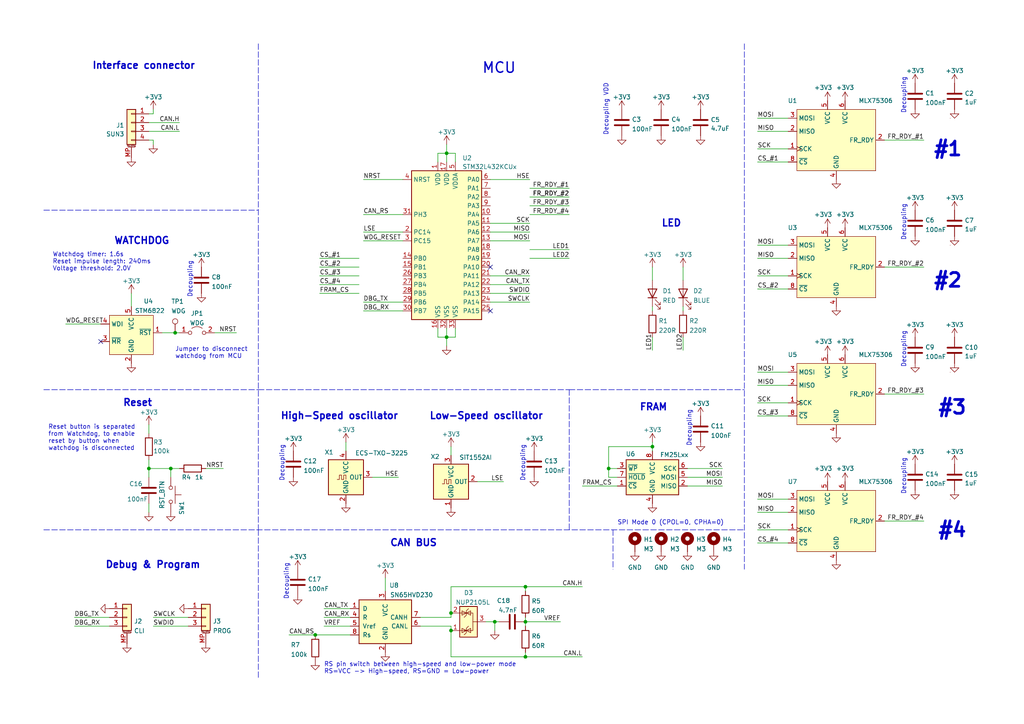
<source format=kicad_sch>
(kicad_sch (version 20211123) (generator eeschema)
  (paper "A4")
  (title_block (title "BUTCube - Sun sensor") (date "2022-06-16") (rev "v1.0") (company "VUT - FIT(STRaDe) & FME(IAE & IPE)") (comment 1 "Author: Petr Malaník"))
  (lib_symbols
    (symbol "Connector:TestPoint" (pin_numbers hide) (pin_names (offset 0.762) hide)
      (property "Reference" "TP" (at 0 6.858 0))
      (property "Value" "TestPoint" (at 0 5.08 0))
      (symbol "TestPoint_1_1"
        (pin passive line (at 0 0 90) (length 2.54) (name "1") (number "1"))
      )
    )
    (symbol "Connector_Generic_MountingPin:Conn_01x03_MountingPin" (pin_names (offset 1.016) hide)
      (property "Reference" "J" (at 0 5.08 0))
      (property "Value" "Conn_01x03_MountingPin" (at 1.27 -5.08 0))
      (symbol "Conn_01x03_MountingPin_1_1"
        (text "Mounting" (at 0 -4.191 0) (effects (font (size 0.381 0.381))))
        (pin passive line (at -5.08 2.54 0) (length 3.81) (name "Pin_1") (number "1"))
        (pin passive line (at -5.08 0 0) (length 3.81) (name "Pin_2") (number "2"))
        (pin passive line (at -5.08 -2.54 0) (length 3.81) (name "Pin_3") (number "3"))
        (pin passive line (at 0 -7.62 90) (length 3.048) (name "MountPin") (number "MP"))
      )
    )
    (symbol "Connector_Generic_MountingPin:Conn_01x04_MountingPin" (pin_names (offset 1.016) hide)
      (property "Reference" "J" (at 0 5.08 0))
      (property "Value" "Conn_01x04_MountingPin" (at 1.27 -7.62 0))
      (symbol "Conn_01x04_MountingPin_1_1"
        (text "Mounting" (at 0 -6.731 0) (effects (font (size 0.381 0.381))))
        (pin passive line (at -5.08 2.54 0) (length 3.81) (name "Pin_1") (number "1"))
        (pin passive line (at -5.08 0 0) (length 3.81) (name "Pin_2") (number "2"))
        (pin passive line (at -5.08 -2.54 0) (length 3.81) (name "Pin_3") (number "3"))
        (pin passive line (at -5.08 -5.08 0) (length 3.81) (name "Pin_4") (number "4"))
        (pin passive line (at 0 -10.16 90) (length 3.048) (name "MountPin") (number "MP"))
      )
    )
    (symbol "Device:C" (pin_numbers hide) (pin_names (offset 0.254))
      (property "Reference" "C" (at 0.635 2.54 0))
      (property "Value" "C" (at 0.635 -2.54 0))
      (symbol "C_1_1"
        (pin passive line (at 0 3.81 270) (length 2.794) (name "~") (number "1"))
        (pin passive line (at 0 -3.81 90) (length 2.794) (name "~") (number "2"))
      )
    )
    (symbol "Device:LED" (pin_numbers hide) (pin_names (offset 1.016) hide)
      (property "Reference" "D" (at 0 2.54 0))
      (property "Value" "LED" (at 0 -2.54 0))
      (symbol "LED_1_1"
        (pin passive line (at -3.81 0 0) (length 2.54) (name "K") (number "1"))
        (pin passive line (at 3.81 0 180) (length 2.54) (name "A") (number "2"))
      )
    )
    (symbol "Device:R" (pin_numbers hide) (pin_names (offset 0))
      (property "Reference" "R" (at 2.032 0 90))
      (property "Value" "R" (at 0 0 90))
      (symbol "R_1_1"
        (pin passive line (at 0 3.81 270) (length 1.27) (name "~") (number "1"))
        (pin passive line (at 0 -3.81 90) (length 1.27) (name "~") (number "2"))
      )
    )
    (symbol "Interface_CAN_LIN:SN65HVD230" (pin_names (offset 1.016))
      (property "Reference" "U" (at -2.54 10.16 0))
      (property "Value" "SN65HVD230" (at -2.54 7.62 0))
      (symbol "SN65HVD230_1_1"
        (pin input line (at -10.16 2.54 0) (length 2.54) (name "D") (number "1"))
        (pin power_in line (at 0 -10.16 90) (length 2.54) (name "GND") (number "2"))
        (pin power_in line (at 0 7.62 270) (length 2.54) (name "VCC") (number "3"))
        (pin output line (at -10.16 0 0) (length 2.54) (name "R") (number "4"))
        (pin output line (at -10.16 -2.54 0) (length 2.54) (name "Vref") (number "5"))
        (pin bidirectional line (at 10.16 -2.54 180) (length 2.54) (name "CANL") (number "6"))
        (pin bidirectional line (at 10.16 0 180) (length 2.54) (name "CANH") (number "7"))
        (pin input line (at -10.16 -5.08 0) (length 2.54) (name "Rs") (number "8"))
      )
    )
    (symbol "Jumper:Jumper_2_Open" (pin_names (offset 0) hide)
      (property "Reference" "JP" (at 0 2.794 0))
      (property "Value" "Jumper_2_Open" (at 0 -2.286 0))
      (symbol "Jumper_2_Open_1_1"
        (pin passive line (at -5.08 0 0) (length 2.54) (name "A") (number "1"))
        (pin passive line (at 5.08 0 180) (length 2.54) (name "B") (number "2"))
      )
    )
    (symbol "LED_1" (pin_numbers hide) (pin_names (offset 1.016) hide)
      (property "Reference" "D" (at 0 2.54 0))
      (property "Value" "LED_1" (at 0 -2.54 0))
      (symbol "LED_1_1_1"
        (pin passive line (at -3.81 0 0) (length 2.54) (name "K") (number "1"))
        (pin passive line (at 3.81 0 180) (length 2.54) (name "A") (number "2"))
      )
    )
    (symbol "MCU_ST_STM32L4:STM32L432KCUx"
      (property "Reference" "U" (at -10.16 21.59 0))
      (property "Value" "STM32L432KCUx" (at 5.08 21.59 0))
      (symbol "STM32L432KCUx_1_1"
        (pin power_in line (at -2.54 22.86 270) (length 2.54) (name "VDD") (number "1"))
        (pin bidirectional line (at 12.7 7.62 180) (length 2.54) (name "PA4") (number "10"))
        (pin bidirectional line (at 12.7 5.08 180) (length 2.54) (name "PA5") (number "11"))
        (pin bidirectional line (at 12.7 2.54 180) (length 2.54) (name "PA6") (number "12"))
        (pin bidirectional line (at 12.7 0 180) (length 2.54) (name "PA7") (number "13"))
        (pin bidirectional line (at -12.7 -5.08 0) (length 2.54) (name "PB0") (number "14"))
        (pin bidirectional line (at -12.7 -7.62 0) (length 2.54) (name "PB1") (number "15"))
        (pin power_in line (at -2.54 -25.4 90) (length 2.54) (name "VSS") (number "16"))
        (pin power_in line (at 0 22.86 270) (length 2.54) (name "VDD") (number "17"))
        (pin bidirectional line (at 12.7 -2.54 180) (length 2.54) (name "PA8") (number "18"))
        (pin bidirectional line (at 12.7 -5.08 180) (length 2.54) (name "PA9") (number "19"))
        (pin bidirectional line (at -12.7 2.54 0) (length 2.54) (name "PC14") (number "2"))
        (pin bidirectional line (at 12.7 -7.62 180) (length 2.54) (name "PA10") (number "20"))
        (pin bidirectional line (at 12.7 -10.16 180) (length 2.54) (name "PA11") (number "21"))
        (pin bidirectional line (at 12.7 -12.7 180) (length 2.54) (name "PA12") (number "22"))
        (pin bidirectional line (at 12.7 -15.24 180) (length 2.54) (name "PA13") (number "23"))
        (pin bidirectional line (at 12.7 -17.78 180) (length 2.54) (name "PA14") (number "24"))
        (pin bidirectional line (at 12.7 -20.32 180) (length 2.54) (name "PA15") (number "25"))
        (pin bidirectional line (at -12.7 -10.16 0) (length 2.54) (name "PB3") (number "26"))
        (pin bidirectional line (at -12.7 -12.7 0) (length 2.54) (name "PB4") (number "27"))
        (pin bidirectional line (at -12.7 -15.24 0) (length 2.54) (name "PB5") (number "28"))
        (pin bidirectional line (at -12.7 -17.78 0) (length 2.54) (name "PB6") (number "29"))
        (pin bidirectional line (at -12.7 0 0) (length 2.54) (name "PC15") (number "3"))
        (pin bidirectional line (at -12.7 -20.32 0) (length 2.54) (name "PB7") (number "30"))
        (pin bidirectional line (at -12.7 7.62 0) (length 2.54) (name "PH3") (number "31"))
        (pin power_in line (at 0 -25.4 90) (length 2.54) (name "VSS") (number "32"))
        (pin power_in line (at 2.54 -25.4 90) (length 2.54) (name "VSS") (number "33"))
        (pin input line (at -12.7 17.78 0) (length 2.54) (name "NRST") (number "4"))
        (pin power_in line (at 2.54 22.86 270) (length 2.54) (name "VDDA") (number "5"))
        (pin bidirectional line (at 12.7 17.78 180) (length 2.54) (name "PA0") (number "6"))
        (pin bidirectional line (at 12.7 15.24 180) (length 2.54) (name "PA1") (number "7"))
        (pin bidirectional line (at 12.7 12.7 180) (length 2.54) (name "PA2") (number "8"))
        (pin bidirectional line (at 12.7 10.16 180) (length 2.54) (name "PA3") (number "9"))
      )
    )
    (symbol "Mechanical:MountingHole_Pad" (pin_numbers hide) (pin_names (offset 1.016) hide)
      (property "Reference" "H" (at 0 6.35 0))
      (property "Value" "MountingHole_Pad" (at 0 4.445 0))
      (symbol "MountingHole_Pad_1_1"
        (pin input line (at 0 -2.54 90) (length 2.54) (name "1") (number "1"))
      )
    )
    (symbol "Power_Protection:NUP2105L" (pin_names hide)
      (property "Reference" "D" (at 5.715 2.54 0))
      (property "Value" "NUP2105L" (at 5.715 0.635 0))
      (symbol "NUP2105L_0_0"
        (pin passive line (at 0 -5.08 90) (length 2.54) (name "A") (number "3"))
      )
      (symbol "NUP2105L_1_1"
        (pin passive line (at -2.54 5.08 270) (length 2.54) (name "K") (number "1"))
        (pin passive line (at 2.54 5.08 270) (length 2.54) (name "K") (number "2"))
      )
    )
    (symbol "Switch:SW_Push" (pin_numbers hide) (pin_names (offset 1.016) hide)
      (property "Reference" "SW" (at 1.27 2.54 0))
      (property "Value" "SW_Push" (at 0 -1.524 0))
      (symbol "SW_Push_0_1"
        (pin passive line (at -5.08 0 0) (length 2.54) (name "1") (number "1"))
        (pin passive line (at 5.08 0 180) (length 2.54) (name "2") (number "2"))
      )
    )
    (symbol "TCY_IC:STM6822"
      (property "Reference" "U" (at 6.35 13.97 0))
      (property "Value" "STM6822" (at 6.35 16.51 0))
      (symbol "STM6822_1_1"
        (pin open_collector line (at 8.89 6.35 180) (length 2.54) (name "~{RST}") (number "1"))
        (pin passive line (at 0 -2.54 90) (length 2.54) (name "GND") (number "2"))
        (pin input line (at -8.89 3.81 0) (length 2.54) (name "~{MR}") (number "3"))
        (pin input line (at -8.89 8.89 0) (length 2.54) (name "WDI") (number "4"))
        (pin power_in line (at 0 13.97 270) (length 2.54) (name "VCC") (number "5"))
      )
    )
    (symbol "TCY_memory:FM25Lxx"
      (property "Reference" "U" (at -7.62 6.35 0))
      (property "Value" "FM25Lxx" (at 2.54 -6.35 0))
      (symbol "FM25Lxx_1_1"
        (pin input line (at -10.16 -2.54 0) (length 2.54) (name "~{CS}") (number "1"))
        (pin tri_state line (at 10.16 -2.54 180) (length 2.54) (name "MISO") (number "2"))
        (pin input line (at -10.16 2.54 0) (length 2.54) (name "~{WP}") (number "3"))
        (pin power_in line (at 0 -7.62 90) (length 2.54) (name "GND") (number "4"))
        (pin input line (at 10.16 0 180) (length 2.54) (name "MOSI") (number "5"))
        (pin input line (at 10.16 2.54 180) (length 2.54) (name "SCK") (number "6"))
        (pin input line (at -10.16 0 0) (length 2.54) (name "~{HOLD}") (number "7"))
        (pin power_in line (at 0 7.62 270) (length 2.54) (name "VCC") (number "8"))
        (pin passive line (at 0 -7.62 90) (length 2.54) hide (name "GND") (number "9"))
      )
    )
    (symbol "TCY_ocillators:ECS-TXO-3225" (pin_names (offset 0.254))
      (property "Reference" "X" (at -6.35 6.35 0))
      (property "Value" "ECS-TXO-3225" (at 1.27 6.35 0))
      (symbol "ECS-TXO-3225_1_1"
        (pin no_connect line (at -7.62 0 0) (length 2.54) hide (name "NC") (number "1"))
        (pin power_in line (at 0 -7.62 90) (length 2.54) (name "GND") (number "2"))
        (pin output line (at 7.62 0 180) (length 2.54) (name "OUT") (number "3"))
        (pin power_in line (at 0 7.62 270) (length 2.54) (name "VCC") (number "4"))
      )
    )
    (symbol "TCY_ocillators:SiT1552AI" (pin_names (offset 0.254))
      (property "Reference" "X" (at -6.35 6.35 0))
      (property "Value" "SiT1552AI" (at 1.27 6.35 0))
      (symbol "SiT1552AI_1_1"
        (pin power_in line (at 0 -7.62 90) (length 2.54) (name "GND") (number "1"))
        (pin output line (at 7.62 0 180) (length 2.54) (name "OUT") (number "2"))
        (pin power_in line (at 0 7.62 270) (length 2.54) (name "VCC") (number "3"))
        (pin power_in line (at 0 -7.62 90) (length 2.54) hide (name "GND") (number "4"))
      )
    )
    (symbol "TCY_sensors:MLX75306"
      (property "Reference" "U" (at -8.89 10.16 0))
      (property "Value" "MLX75306" (at 8.89 10.16 0))
      (symbol "MLX75306_1_1"
        (pin input clock (at -13.97 -2.54 0) (length 2.54) (name "SCK") (number "1"))
        (pin no_connect non_logic (at 13.97 -5.08 180) (length 2.54) hide (name "NC") (number "10"))
        (pin no_connect non_logic (at 13.97 -5.08 180) (length 2.54) hide (name "NC") (number "11"))
        (pin no_connect non_logic (at 13.97 -5.08 180) (length 2.54) hide (name "NC") (number "12"))
        (pin no_connect non_logic (at 13.97 -5.08 180) (length 2.54) hide (name "NC") (number "13"))
        (pin no_connect non_logic (at 13.97 -5.08 180) (length 2.54) hide (name "NC") (number "14"))
        (pin no_connect non_logic (at 13.97 -5.08 180) (length 2.54) hide (name "NC") (number "15"))
        (pin no_connect non_logic (at 13.97 -5.08 180) (length 2.54) hide (name "NC") (number "16"))
        (pin output line (at 13.97 0 180) (length 2.54) (name "FR_RDY") (number "2"))
        (pin output line (at -13.97 2.54 0) (length 2.54) (name "MISO") (number "2"))
        (pin input line (at -13.97 6.35 0) (length 2.54) (name "MOSI") (number "3"))
        (pin passive line (at 0 -11.43 90) (length 2.54) (name "GND") (number "4"))
        (pin power_in line (at -2.54 11.43 270) (length 2.54) (name "VCC") (number "5"))
        (pin power_in line (at 2.54 11.43 270) (length 2.54) (name "VCC") (number "6"))
        (pin input line (at -13.97 -6.35 0) (length 2.54) (name "~{CS}") (number "8"))
        (pin no_connect non_logic (at 13.97 -5.08 180) (length 2.54) hide (name "NC") (number "9"))
      )
    )
    (symbol "power:+3.3V" (power) (pin_names (offset 0))
      (property "Value" "+3.3V" (at 0 3.556 0))
      (symbol "+3.3V_1_1"
        (pin power_in line (at 0 0 90) (length 0) hide (name "+3V3") (number "1"))
      )
    )
    (symbol "power:+3V3" (power) (pin_names (offset 0))
      (property "Value" "+3V3" (at 0 3.556 0))
      (symbol "+3V3_1_1"
        (pin power_in line (at 0 0 90) (length 0) hide (name "+3V3") (number "1"))
      )
    )
    (symbol "power:GND" (power) (pin_names (offset 0))
      (property "Value" "GND" (at 0 -3.81 0))
      (symbol "GND_1_1"
        (pin power_in line (at 0 0 270) (length 0) hide (name "GND") (number "1"))
      )
    )
  )
  (junction (at 49.53 135.89) (diameter 0.9144))
  (junction (at 143.51 180.34) (diameter 0.9144))
  (junction (at 152.4 180.34) (diameter 0.9144))
  (junction (at 152.4 170.18) (diameter 0.9144))
  (junction (at 50.8 96.52) (diameter 0.9144))
  (junction (at 91.44 184.15) (diameter 0.9144))
  (junction (at 129.54 97.79))
  (junction (at 43.18 135.89) (diameter 0.9144))
  (junction (at 129.54 44.45))
  (junction (at 176.53 135.89) (diameter 0.9144))
  (junction (at 152.4 190.5) (diameter 0.9144))
  (junction (at 130.81 177.8) (diameter 0.9144))
  (junction (at 130.81 182.88) (diameter 0.9144))
  (junction (at 189.23 129.54))
  (no_connect (at 29.21 99.06))
  (no_connect (at 142.24 90.17))
  (no_connect (at 142.24 77.47))
  (wire (pts (xy 50.8 96.52) (xy 52.07 96.52)))
  (polyline (pts (xy 177.8 153.67) (xy 177.8 165.1)))
  (wire (pts (xy 129.54 44.45) (xy 129.54 46.99)))
  (wire (pts (xy 142.24 64.77) (xy 153.67 64.77)))
  (wire (pts (xy 256.54 77.47) (xy 267.97 77.47)))
  (polyline (pts (xy 12.7 153.67) (xy 215.9 153.67)))
  (wire (pts (xy 256.54 114.3) (xy 267.97 114.3)))
  (wire (pts (xy 219.71 71.12) (xy 228.6 71.12)))
  (wire (pts (xy 219.71 157.48) (xy 228.6 157.48)))
  (wire (pts (xy 168.91 140.97) (xy 179.07 140.97)))
  (wire (pts (xy 129.54 97.79) (xy 129.54 100.33)))
  (wire (pts (xy 152.4 170.18) (xy 130.81 170.18)))
  (wire (pts (xy 59.69 135.89) (xy 64.77 135.89)))
  (wire (pts (xy 111.76 167.64) (xy 111.76 171.45)))
  (wire (pts (xy 52.07 35.56) (xy 43.18 35.56)))
  (wire (pts (xy 153.67 62.23) (xy 165.1 62.23)))
  (wire (pts (xy 152.4 189.23) (xy 152.4 190.5)))
  (wire (pts (xy 130.81 170.18) (xy 130.81 177.8)))
  (wire (pts (xy 46.99 96.52) (xy 50.8 96.52)))
  (wire (pts (xy 209.55 135.89) (xy 199.39 135.89)))
  (wire (pts (xy 132.08 97.79) (xy 132.08 95.25)))
  (wire (pts (xy 100.33 128.27) (xy 100.33 130.81)))
  (wire (pts (xy 132.08 46.99) (xy 132.08 44.45)))
  (wire (pts (xy 54.61 181.61) (xy 44.45 181.61)))
  (wire (pts (xy 219.71 116.84) (xy 228.6 116.84)))
  (wire (pts (xy 189.23 88.9) (xy 189.23 90.17)))
  (wire (pts (xy 105.41 67.31) (xy 116.84 67.31)))
  (wire (pts (xy 44.45 41.91) (xy 44.45 40.64)))
  (polyline (pts (xy 74.93 153.67) (xy 74.93 196.85)))
  (wire (pts (xy 127 97.79) (xy 129.54 97.79)))
  (wire (pts (xy 142.24 69.85) (xy 153.67 69.85)))
  (wire (pts (xy 52.07 38.1) (xy 43.18 38.1)))
  (wire (pts (xy 198.12 88.9) (xy 198.12 90.17)))
  (wire (pts (xy 130.81 181.61) (xy 130.81 182.88)))
  (polyline (pts (xy 12.7 113.03) (xy 74.93 113.03)))
  (wire (pts (xy 107.95 138.43) (xy 115.57 138.43)))
  (wire (pts (xy 142.24 80.01) (xy 153.67 80.01)))
  (wire (pts (xy 153.67 57.15) (xy 165.1 57.15)))
  (wire (pts (xy 153.67 59.69) (xy 165.1 59.69)))
  (wire (pts (xy 130.81 179.07) (xy 130.81 177.8)))
  (wire (pts (xy 198.12 77.47) (xy 198.12 81.28)))
  (wire (pts (xy 209.55 138.43) (xy 199.39 138.43)))
  (wire (pts (xy 92.71 80.01) (xy 104.14 80.01)))
  (wire (pts (xy 105.41 87.63) (xy 116.84 87.63)))
  (wire (pts (xy 92.71 85.09) (xy 104.14 85.09)))
  (wire (pts (xy 44.45 40.64) (xy 43.18 40.64)))
  (wire (pts (xy 152.4 190.5) (xy 168.91 190.5)))
  (wire (pts (xy 219.71 148.59) (xy 228.6 148.59)))
  (wire (pts (xy 219.71 38.1) (xy 228.6 38.1)))
  (wire (pts (xy 31.75 179.07) (xy 21.59 179.07)))
  (wire (pts (xy 138.43 139.7) (xy 146.05 139.7)))
  (wire (pts (xy 219.71 74.93) (xy 228.6 74.93)))
  (polyline (pts (xy 165.1 113.03) (xy 215.9 113.03)))
  (polyline (pts (xy 74.93 12.7) (xy 74.93 153.67)))
  (wire (pts (xy 153.67 72.39) (xy 165.1 72.39)))
  (wire (pts (xy 153.67 74.93) (xy 165.1 74.93)))
  (wire (pts (xy 219.71 144.78) (xy 228.6 144.78)))
  (wire (pts (xy 152.4 179.07) (xy 152.4 180.34)))
  (wire (pts (xy 127 95.25) (xy 127 97.79)))
  (wire (pts (xy 189.23 128.27) (xy 189.23 129.54)))
  (wire (pts (xy 153.67 54.61) (xy 165.1 54.61)))
  (wire (pts (xy 143.51 180.34) (xy 143.51 182.88)))
  (wire (pts (xy 121.92 181.61) (xy 130.81 181.61)))
  (wire (pts (xy 93.98 176.53) (xy 101.6 176.53)))
  (wire (pts (xy 142.24 52.07) (xy 153.67 52.07)))
  (wire (pts (xy 127 44.45) (xy 127 46.99)))
  (wire (pts (xy 83.82 184.15) (xy 91.44 184.15)))
  (wire (pts (xy 189.23 77.47) (xy 189.23 81.28)))
  (wire (pts (xy 49.53 135.89) (xy 52.07 135.89)))
  (wire (pts (xy 105.41 69.85) (xy 116.84 69.85)))
  (wire (pts (xy 142.24 67.31) (xy 153.67 67.31)))
  (wire (pts (xy 130.81 182.88) (xy 130.81 190.5)))
  (wire (pts (xy 49.53 135.89) (xy 49.53 138.43)))
  (wire (pts (xy 142.24 82.55) (xy 153.67 82.55)))
  (wire (pts (xy 176.53 138.43) (xy 176.53 135.89)))
  (wire (pts (xy 93.98 179.07) (xy 101.6 179.07)))
  (wire (pts (xy 152.4 170.18) (xy 152.4 171.45)))
  (wire (pts (xy 121.92 179.07) (xy 130.81 179.07)))
  (wire (pts (xy 31.75 181.61) (xy 21.59 181.61)))
  (wire (pts (xy 129.54 41.91) (xy 129.54 44.45)))
  (wire (pts (xy 152.4 190.5) (xy 130.81 190.5)))
  (wire (pts (xy 219.71 153.67) (xy 228.6 153.67)))
  (wire (pts (xy 43.18 146.05) (xy 43.18 148.59)))
  (wire (pts (xy 43.18 33.02) (xy 44.45 33.02)))
  (wire (pts (xy 209.55 140.97) (xy 199.39 140.97)))
  (wire (pts (xy 105.41 62.23) (xy 116.84 62.23)))
  (polyline (pts (xy 74.93 113.03) (xy 165.1 113.03)))
  (wire (pts (xy 219.71 34.29) (xy 228.6 34.29)))
  (wire (pts (xy 92.71 82.55) (xy 104.14 82.55)))
  (wire (pts (xy 219.71 83.82) (xy 228.6 83.82)))
  (wire (pts (xy 129.54 44.45) (xy 127 44.45)))
  (polyline (pts (xy 12.7 60.96) (xy 74.93 60.96)))
  (wire (pts (xy 142.24 85.09) (xy 153.67 85.09)))
  (wire (pts (xy 219.71 120.65) (xy 228.6 120.65)))
  (wire (pts (xy 105.41 90.17) (xy 116.84 90.17)))
  (wire (pts (xy 43.18 123.19) (xy 43.18 125.73)))
  (wire (pts (xy 152.4 181.61) (xy 152.4 180.34)))
  (wire (pts (xy 256.54 151.13) (xy 267.97 151.13)))
  (polyline (pts (xy 215.9 12.7) (xy 215.9 165.1)))
  (wire (pts (xy 142.24 87.63) (xy 153.67 87.63)))
  (wire (pts (xy 176.53 135.89) (xy 179.07 135.89)))
  (wire (pts (xy 140.97 180.34) (xy 143.51 180.34)))
  (wire (pts (xy 43.18 133.35) (xy 43.18 135.89)))
  (wire (pts (xy 105.41 52.07) (xy 116.84 52.07)))
  (wire (pts (xy 189.23 129.54) (xy 189.23 130.81)))
  (wire (pts (xy 62.23 96.52) (xy 68.58 96.52)))
  (wire (pts (xy 198.12 97.79) (xy 198.12 101.6)))
  (wire (pts (xy 54.61 179.07) (xy 44.45 179.07)))
  (wire (pts (xy 219.71 80.01) (xy 228.6 80.01)))
  (wire (pts (xy 176.53 129.54) (xy 189.23 129.54)))
  (wire (pts (xy 19.05 93.98) (xy 29.21 93.98)))
  (wire (pts (xy 219.71 111.76) (xy 228.6 111.76)))
  (wire (pts (xy 43.18 135.89) (xy 49.53 135.89)))
  (wire (pts (xy 92.71 74.93) (xy 104.14 74.93)))
  (wire (pts (xy 44.45 31.75) (xy 44.45 33.02)))
  (wire (pts (xy 176.53 135.89) (xy 176.53 129.54)))
  (polyline (pts (xy 165.1 113.03) (xy 165.1 153.67)))
  (wire (pts (xy 219.71 46.99) (xy 228.6 46.99)))
  (wire (pts (xy 189.23 97.79) (xy 189.23 101.6)))
  (wire (pts (xy 152.4 180.34) (xy 162.56 180.34)))
  (wire (pts (xy 132.08 44.45) (xy 129.54 44.45)))
  (wire (pts (xy 93.98 181.61) (xy 101.6 181.61)))
  (wire (pts (xy 143.51 180.34) (xy 144.78 180.34)))
  (wire (pts (xy 91.44 184.15) (xy 101.6 184.15)))
  (wire (pts (xy 256.54 40.64) (xy 267.97 40.64)))
  (wire (pts (xy 130.81 129.54) (xy 130.81 132.08)))
  (wire (pts (xy 38.1 85.09) (xy 38.1 88.9)))
  (wire (pts (xy 219.71 43.18) (xy 228.6 43.18)))
  (wire (pts (xy 129.54 97.79) (xy 132.08 97.79)))
  (wire (pts (xy 179.07 138.43) (xy 176.53 138.43)))
  (wire (pts (xy 219.71 107.95) (xy 228.6 107.95)))
  (wire (pts (xy 43.18 135.89) (xy 43.18 138.43)))
  (wire (pts (xy 129.54 95.25) (xy 129.54 97.79)))
  (wire (pts (xy 152.4 170.18) (xy 168.91 170.18)))
  (wire (pts (xy 92.71 77.47) (xy 104.14 77.47)))
  (text "Watchdog timer: 1.6s\nReset impulse length: 240ms\nVoltage threshold: 2.0V" (at 15.24 78.74 0) (effects (font (size 1.27 1.27)) (justify left bottom)))
  (text "Decoupling" (at 83.82 173.99 90) (effects (font (size 1.27 1.27)) (justify left bottom)))
  (text "Decoupling" (at 262.89 143.51 90) (effects (font (size 1.27 1.27)) (justify left bottom)))
  (text "WATCHDOG" (at 33.02 71.12 0) (effects (font (size 2 2) (thickness 0.4) bold) (justify left bottom)))
  (text "Reset button is separated\nfrom Watchdog, to enable\nreset by button when\nwatchdog is disconnected" (at 13.97 130.81 0) (effects (font (size 1.27 1.27)) (justify left bottom)))
  (text "Reset" (at 35.56 118.11 0) (effects (font (size 2 2) (thickness 0.4) bold) (justify left bottom)))
  (text "Interface connector" (at 26.67 20.32 0) (effects (font (size 2 2) (thickness 0.4) bold) (justify left bottom)))
  (text "Decoupling VDD" (at 176.53 39.37 90) (effects (font (size 1.27 1.27)) (justify left bottom)))
  (text "Decoupling" (at 82.55 139.7 90) (effects (font (size 1.27 1.27)) (justify left bottom)))
  (text "Debug & Program" (at 30.48 165.1 0) (effects (font (size 2 2) (thickness 0.4) bold) (justify left bottom)))
  (text "Jumper to disconnect\nwatchdog from MCU" (at 50.8 104.14 0) (effects (font (size 1.27 1.27)) (justify left bottom)))
  (text "CAN BUS" (at 113.03 158.75 0) (effects (font (size 2 2) (thickness 0.4) bold) (justify left bottom)))
  (text "Decoupling" (at 200.66 129.54 90) (effects (font (size 1.27 1.27)) (justify left bottom)))
  (text "Decoupling" (at 262.89 69.85 90) (effects (font (size 1.27 1.27)) (justify left bottom)))
  (text "#2" (at 270.51 83.82 0) (effects (font (size 4 4) (thickness 0.8) bold) (justify left bottom)))
  (text "Decoupling" (at 55.88 86.36 90) (effects (font (size 1.27 1.27)) (justify left bottom)))
  (text "Decoupling" (at 152.4 139.7 90) (effects (font (size 1.27 1.27)) (justify left bottom)))
  (text "RS pin switch between high-speed and low-power mode\nRS=VCC -> High-speed, RS=GND = Low-power" (at 93.98 195.58 0) (effects (font (size 1.27 1.27)) (justify left bottom)))
  (text "Low-Speed oscillator" (at 124.46 121.92 0) (effects (font (size 2 2) (thickness 0.4) bold) (justify left bottom)))
  (text "FRAM" (at 185.42 119.38 0) (effects (font (size 2 2) (thickness 0.4) bold) (justify left bottom)))
  (text "#1" (at 270.51 45.72 0) (effects (font (size 4 4) (thickness 0.8) bold) (justify left bottom)))
  (text "Decoupling" (at 262.89 33.02 90) (effects (font (size 1.27 1.27)) (justify left bottom)))
  (text "SPI Mode 0 (CPOL=0, CPHA=0)" (at 179.07 152.4 0) (effects (font (size 1.27 1.27)) (justify left bottom)))
  (text "#4\n" (at 271.78 156.21 0) (effects (font (size 4 4) (thickness 0.8) bold) (justify left bottom)))
  (text "High-Speed oscillator" (at 81.28 121.92 0) (effects (font (size 2 2) (thickness 0.4) bold) (justify left bottom)))
  (text "Decoupling" (at 262.89 106.68 90) (effects (font (size 1.27 1.27)) (justify left bottom)))
  (text "LED" (at 191.77 66.04 0) (effects (font (size 2 2) (thickness 0.4) bold) (justify left bottom)))
  (text "#3" (at 271.78 120.65 0) (effects (font (size 4 4) (thickness 0.8) bold) (justify left bottom)))
  (text "MCU" (at 139.7 21.59 0) (effects (font (size 3 3) (thickness 0.4) bold) (justify left bottom)))
  (label "SWCLK" (at 153.67 87.63 180))
  (label "CS_#4" (at 92.71 82.55 0))
  (label "CAN_RS" (at 83.82 184.15 0))
  (label "MOSI" (at 219.71 144.78 0))
  (label "LED1" (at 165.1 72.39 180))
  (label "MOSI" (at 219.71 34.29 0))
  (label "SWCLK" (at 44.45 179.07 0))
  (label "WDG_RESET" (at 105.41 69.85 0))
  (label "CS_#4" (at 219.71 157.48 0))
  (label "MISO" (at 153.67 67.31 180))
  (label "FR_RDY_#4" (at 165.1 62.23 180))
  (label "LED2" (at 165.1 74.93 180))
  (label "CAN.H" (at 168.91 170.18 180))
  (label "CAN_RX" (at 153.67 80.01 180))
  (label "CS_#2" (at 92.71 77.47 0))
  (label "FR_RDY_#2" (at 165.1 57.15 180))
  (label "DBG_RX" (at 21.59 181.61 0))
  (label "LED1" (at 189.23 101.6 90))
  (label "FR_RDY_#4" (at 267.97 151.13 180))
  (label "SCK" (at 219.71 153.67 0))
  (label "DBG_TX" (at 105.41 87.63 0))
  (label "FR_RDY_#1" (at 267.97 40.64 180))
  (label "SCK" (at 209.55 135.89 180))
  (label "FR_RDY_#1" (at 165.1 54.61 180))
  (label "HSE" (at 115.57 138.43 180))
  (label "MOSI" (at 153.67 69.85 180))
  (label "FR_RDY_#2" (at 165.1 57.15 180))
  (label "MOSI" (at 219.71 107.95 0))
  (label "CAN_TX" (at 93.98 176.53 0))
  (label "MISO" (at 209.55 140.97 180))
  (label "CS_#3" (at 219.71 120.65 0))
  (label "CAN_TX" (at 153.67 82.55 180))
  (label "FR_RDY_#2" (at 267.97 77.47 180))
  (label "CS_#3" (at 92.71 80.01 0))
  (label "SWDIO" (at 44.45 181.61 0))
  (label "MOSI" (at 219.71 71.12 0))
  (label "CAN_RX" (at 93.98 179.07 0))
  (label "WDG_RESET" (at 19.05 93.98 0))
  (label "MOSI" (at 209.55 138.43 180))
  (label "LED2" (at 198.12 101.6 90))
  (label "CS_#2" (at 219.71 83.82 0))
  (label "CS_#1" (at 219.71 46.99 0))
  (label "LSE" (at 105.41 67.31 0))
  (label "NRST" (at 105.41 52.07 0))
  (label "LSE" (at 146.05 139.7 180))
  (label "MISO" (at 219.71 111.76 0))
  (label "FR_RDY_#3" (at 165.1 59.69 180))
  (label "MISO" (at 219.71 74.93 0))
  (label "HSE" (at 153.67 52.07 180))
  (label "CAN.L" (at 168.91 190.5 180))
  (label "CS_#1" (at 92.71 74.93 0))
  (label "NRST" (at 68.58 96.52 180))
  (label "DBG_TX" (at 21.59 179.07 0))
  (label "MISO" (at 219.71 148.59 0))
  (label "SCK" (at 153.67 64.77 180))
  (label "VREF" (at 93.98 181.61 0))
  (label "SCK" (at 219.71 80.01 0))
  (label "FRAM_CS" (at 92.71 85.09 0))
  (label "VREF" (at 162.56 180.34 180))
  (label "CAN_RS" (at 105.41 62.23 0))
  (label "FR_RDY_#3" (at 267.97 114.3 180))
  (label "SCK" (at 219.71 43.18 0))
  (label "CAN.L" (at 52.07 38.1 180))
  (label "FRAM_CS" (at 168.91 140.97 0))
  (label "CAN.H" (at 52.07 35.56 180))
  (label "NRST" (at 64.77 135.89 180))
  (label "SWDIO" (at 153.67 85.09 180))
  (label "DBG_RX" (at 105.41 90.17 0))
  (label "MISO" (at 219.71 38.1 0))
  (label "SCK" (at 219.71 116.84 0))
  (symbol (lib_id "power:GND") (at 189.23 146.05 0) (unit 1)
    (property "Reference" "#PWR056" (effects hide))
    (property "Value" "GND" (effects hide))
  )
  (symbol (lib_id "power:+3.3V") (at 265.43 97.79 0) (unit 1)
    (property "Reference" "#PWR030" (effects hide))
    (property "Value" "+3.3V" (at 265.43 94.1855 0))
  )
  (symbol (lib_id "power:+3.3V") (at 180.34 31.75 0) (unit 1)
    (property "Reference" "#PWR06" (effects hide))
    (property "Value" "+3.3V" (at 180.34 28.1455 0))
  )
  (symbol (lib_id "power:GND") (at 49.53 148.59 0) (unit 1)
    (property "Reference" "#PWR059" (effects hide))
    (property "Value" "GND" (effects hide))
  )
  (symbol (lib_id "power:+3.3V") (at 203.2 31.75 0) (unit 1)
    (property "Reference" "#PWR08" (effects hide))
    (property "Value" "+3.3V" (at 203.2 28.1455 0))
  )
  (symbol (lib_id "Device:C") (at 180.34 35.56 0) (unit 1)
    (property "Reference" "C3" (at 183.2611 34.6515 0) (effects (justify left)))
    (property "Value" "100nF" (at 183.2611 37.4266 0) (effects (justify left)))
    (property "Footprint" "TCY_passives:C_0603_1608Metric" (effects hide))
  )
  (symbol (lib_id "power:+3.3V") (at 203.2 120.65 0) (unit 1)
    (property "Reference" "#PWR038" (effects hide))
    (property "Value" "+3.3V" (at 203.2 117.0455 0))
  )
  (symbol (lib_id "power:+3.3V") (at 43.18 123.19 0) (unit 1)
    (property "Reference" "#PWR039" (effects hide))
    (property "Value" "+3.3V" (at 43.18 119.5855 0))
  )
  (symbol (lib_id "power:+3V3") (at 245.11 66.04 0) (unit 1)
    (property "Reference" "#PWR021" (effects hide))
    (property "Value" "+3V3" (at 245.11 62.23 0))
  )
  (symbol (lib_id "TCY_IC:STM6822") (at 38.1 102.87 0) (unit 1)
    (property "Reference" "U4" (at 41.6561 87.3565 0) (effects (justify left)))
    (property "Value" "STM6822" (at 39.1161 90.1316 0) (effects (justify left)))
    (property "Footprint" "Package_TO_SOT_SMD:SOT-23-5" (effects hide))
    (property "Datasheet" "https://www.st.com/resource/en/datasheet/stm6321.pdf" (effects hide))
  )
  (symbol (lib_id "power:+3.3V") (at 189.23 77.47 0) (unit 1)
    (property "Reference" "#PWR025" (effects hide))
    (property "Value" "+3.3V" (at 189.23 73.8655 0))
  )
  (symbol (lib_id "TCY_sensors:MLX75306") (at 242.57 151.13 0) (unit 1)
    (property "Reference" "U7" (at 229.87 139.7 0))
    (property "Value" "MLX75306" (at 254 139.7 0))
    (property "Footprint" "Package_SO:SO-16_5.3x10.2mm_P1.27mm" (effects hide))
  )
  (symbol (lib_id "Device:C") (at 191.77 35.56 0) (unit 1)
    (property "Reference" "C4" (at 194.6911 34.6515 0) (effects (justify left)))
    (property "Value" "100nF" (at 194.6911 37.4266 0) (effects (justify left)))
    (property "Footprint" "TCY_passives:C_0603_1608Metric" (effects hide))
  )
  (symbol (lib_id "MCU_ST_STM32L4:STM32L432KCUx") (at 129.54 69.85 0) (unit 1)
    (property "Reference" "U2" (at 134.0994 45.8302 0) (effects (justify left)))
    (property "Value" "STM32L432KCUx" (at 134.0994 48.3671 0) (effects (justify left)))
    (property "Footprint" "Package_DFN_QFN:QFN-32-1EP_5x5mm_P0.5mm_EP3.45x3.45mm" (effects hide))
    (property "Datasheet" "http://www.st.com/st-web-ui/static/active/en/resource/technical/document/datasheet/DM00257205.pdf" (effects hide))
  )
  (symbol (lib_id "Device:C") (at 85.09 134.62 0) (unit 1)
    (property "Reference" "C12" (at 88.0111 133.7115 0) (effects (justify left)))
    (property "Value" "100nF" (at 88.0111 136.4866 0) (effects (justify left)))
    (property "Footprint" "TCY_passives:C_0603_1608Metric" (effects hide))
  )
  (symbol (lib_id "power:GND") (at 207.01 160.02 0) (unit 1)
    (property "Reference" "#PWR063" (effects hide))
    (property "Value" "GND" (at 207.01 164.5826 0))
  )
  (symbol (lib_id "Device:C") (at 148.59 180.34 90) (unit 1)
    (property "Reference" "C18" (at 146.05 174.2144 90))
    (property "Value" "4.7nF" (at 147.32 176.9895 90))
    (property "Footprint" "TCY_passives:C_0603_1608Metric" (effects hide))
  )
  (symbol (lib_id "power:GND") (at 265.43 31.75 0) (unit 1)
    (property "Reference" "#PWR09" (effects hide))
    (property "Value" "GND" (effects hide))
  )
  (symbol (lib_id "power:+3V3") (at 240.03 139.7 0) (unit 1)
    (property "Reference" "#PWR051" (effects hide))
    (property "Value" "+3V3" (at 238.76 135.89 0))
  )
  (symbol (lib_id "power:GND") (at 59.69 186.69 0) (unit 1)
    (property "Reference" "#PWR072" (effects hide))
    (property "Value" "GND" (effects hide))
  )
  (symbol (lib_id "Device:R") (at 91.44 187.96 0) (unit 1)
    (property "Reference" "R7" (at 84.3281 187.0515 0) (effects (justify left)))
    (property "Value" "100k" (at 84.3281 189.8266 0) (effects (justify left)))
    (property "Footprint" "TCY_passives:R_0603_1608Metric" (effects hide))
  )
  (symbol (lib_id "power:GND") (at 242.57 125.73 0) (unit 1)
    (property "Reference" "#PWR040" (effects hide))
    (property "Value" "GND" (effects hide))
  )
  (symbol (lib_id "power:GND") (at 143.51 182.88 0) (unit 1)
    (property "Reference" "#PWR070" (effects hide))
    (property "Value" "GND" (effects hide))
  )
  (symbol (lib_id "power:GND") (at 31.75 176.53 270) (unit 1)
    (property "Reference" "#PWR068" (effects hide))
    (property "Value" "GND" (effects hide))
  )
  (symbol (lib_id "Device:C") (at 276.86 138.43 0) (unit 1)
    (property "Reference" "C15" (at 279.781 137.5953 0) (effects (justify left)))
    (property "Value" "1uF" (at 279.781 140.1322 0) (effects (justify left)))
    (property "Footprint" "TCY_passives:C_0603_1608Metric" (effects hide))
  )
  (symbol (lib_id "Device:C") (at 265.43 138.43 0) (unit 1)
    (property "Reference" "C14" (at 268.3511 137.5215 0) (effects (justify left)))
    (property "Value" "100nF" (at 268.3511 140.2966 0) (effects (justify left)))
    (property "Footprint" "TCY_passives:C_0603_1608Metric" (effects hide))
  )
  (symbol (lib_id "power:+3.3V") (at 38.1 85.09 0) (unit 1)
    (property "Reference" "#PWR027" (effects hide))
    (property "Value" "+3.3V" (at 38.1 81.4855 0))
  )
  (symbol (lib_id "power:GND") (at 129.54 100.33 0) (unit 1)
    (property "Reference" "#PWR032" (effects hide))
    (property "Value" "GND" (effects hide))
  )
  (symbol (lib_id "Connector:TestPoint") (at 50.8 96.52 0) (unit 1)
    (property "Reference" "TP1" (at 49.6571 87.42 0) (effects (justify left)))
    (property "Value" "WDG" (at 49.6571 90.1951 0) (effects (justify left)))
    (property "Footprint" "TCY_connectors:TestPoint_Pad_D0.5mm" (effects hide))
  )
  (symbol (lib_id "power:+3.3V") (at 130.81 129.54 0) (unit 1)
    (property "Reference" "#PWR044" (effects hide))
    (property "Value" "+3.3V" (at 130.81 125.9355 0))
  )
  (symbol (lib_id "power:GND") (at 36.83 186.69 0) (unit 1)
    (property "Reference" "#PWR071" (effects hide))
    (property "Value" "GND" (effects hide))
  )
  (symbol (lib_id "power:GND") (at 130.81 147.32 0) (unit 1)
    (property "Reference" "#PWR057" (effects hide))
    (property "Value" "GND" (effects hide))
  )
  (symbol (lib_id "power:+3.3V") (at 44.45 31.75 0) (unit 1)
    (property "Reference" "#PWR05" (effects hide))
    (property "Value" "+3.3V" (at 44.45 28.1455 0))
  )
  (symbol (lib_id "power:+3V3") (at 245.11 102.87 0) (unit 1)
    (property "Reference" "#PWR034" (effects hide))
    (property "Value" "+3V3" (at 245.11 99.06 0))
  )
  (symbol (lib_id "Connector_Generic_MountingPin:Conn_01x03_MountingPin") (at 59.69 179.07 0) (unit 1)
    (property "Reference" "J3" (at 61.7221 180.1935 0) (effects (justify left)))
    (property "Value" "PROG" (at 61.7221 182.9686 0) (effects (justify left)))
    (property "Footprint" "TCY_connectors:Amphenol_10114828-11103LF_1x03_P1.25mm_Vertical" (effects hide))
  )
  (symbol (lib_id "power:+3.3V") (at 100.33 128.27 0) (unit 1)
    (property "Reference" "#PWR041" (effects hide))
    (property "Value" "+3.3V" (at 100.33 124.6655 0))
  )
  (symbol (lib_id "power:GND") (at 203.2 39.37 0) (unit 1)
    (property "Reference" "#PWR013" (effects hide))
    (property "Value" "GND" (effects hide))
  )
  (symbol (lib_id "power:+3V3") (at 245.11 29.21 0) (unit 1)
    (property "Reference" "#PWR04" (effects hide))
    (property "Value" "+3V3" (at 245.11 25.4 0))
  )
  (symbol (lib_id "power:+3.3V") (at 85.09 130.81 0) (unit 1)
    (property "Reference" "#PWR045" (effects hide))
    (property "Value" "+3.3V" (at 85.09 127.2055 0))
  )
  (symbol (lib_id "power:GND") (at 265.43 142.24 0) (unit 1)
    (property "Reference" "#PWR053" (effects hide))
    (property "Value" "GND" (effects hide))
  )
  (symbol (lib_id "power:GND") (at 43.18 148.59 0) (unit 1)
    (property "Reference" "#PWR058" (effects hide))
    (property "Value" "GND" (effects hide))
  )
  (symbol (lib_id "Mechanical:MountingHole_Pad") (at 191.77 157.48 0) (unit 1)
    (property "Reference" "H2" (at 194.3101 156.4445 0) (effects (justify left)))
    (property "Value" "M3" (at 194.3101 159.2196 0) (effects (justify left)))
    (property "Footprint" "MountingHole:MountingHole_3.2mm_M3_Pad_Via" (effects hide))
  )
  (symbol (lib_id "power:GND") (at 276.86 68.58 0) (unit 1)
    (property "Reference" "#PWR023" (effects hide))
    (property "Value" "GND" (effects hide))
  )
  (symbol (lib_id "power:+3.3V") (at 276.86 97.79 0) (unit 1)
    (property "Reference" "#PWR031" (effects hide))
    (property "Value" "+3.3V" (at 276.86 94.1855 0))
  )
  (symbol (lib_id "Jumper:Jumper_2_Open") (at 57.15 96.52 0) (unit 1)
    (property "Reference" "JP1" (at 57.15 90.9024 0))
    (property "Value" "WDG" (at 57.15 93.6775 0))
    (property "Footprint" "Jumper:SolderJumper-2_P1.3mm_Open_RoundedPad1.0x1.5mm" (effects hide))
  )
  (symbol (lib_id "power:+3V3") (at 240.03 29.21 0) (unit 1)
    (property "Reference" "#PWR03" (effects hide))
    (property "Value" "+3V3" (at 238.76 25.4 0))
  )
  (symbol (lib_id "Switch:SW_Push") (at 49.53 143.51 270) (unit 1)
    (property "Reference" "SW1" (at 52.705 147.32 0))
    (property "Value" "RST_BTN" (at 46.99 143.51 0))
    (property "Footprint" "TCY_buttons_switches:KMT031NGJLHS" (effects hide))
  )
  (symbol (lib_id "power:GND") (at 38.1 45.72 0) (mirror y) (unit 1)
    (property "Reference" "#PWR016" (effects hide))
    (property "Value" "GND" (effects hide))
  )
  (symbol (lib_id "power:GND") (at 91.44 191.77 0) (unit 1)
    (property "Reference" "#PWR074" (effects hide))
    (property "Value" "GND" (effects hide))
  )
  (symbol (lib_id "power:GND") (at 85.09 138.43 0) (unit 1)
    (property "Reference" "#PWR049" (effects hide))
    (property "Value" "GND" (effects hide))
  )
  (symbol (lib_id "Device:C") (at 276.86 101.6 0) (unit 1)
    (property "Reference" "C10" (at 279.781 100.7653 0) (effects (justify left)))
    (property "Value" "1uF" (at 279.781 103.3022 0) (effects (justify left)))
    (property "Footprint" "TCY_passives:C_0603_1608Metric" (effects hide))
  )
  (symbol (lib_id "power:GND") (at 191.77 160.02 0) (unit 1)
    (property "Reference" "#PWR061" (effects hide))
    (property "Value" "GND" (at 191.77 164.5826 0))
  )
  (symbol (lib_id "power:GND") (at 86.36 172.72 0) (unit 1)
    (property "Reference" "#PWR067" (effects hide))
    (property "Value" "GND" (effects hide))
  )
  (symbol (lib_id "power:GND") (at 199.39 160.02 0) (unit 1)
    (property "Reference" "#PWR062" (effects hide))
    (property "Value" "GND" (at 199.39 164.5826 0))
  )
  (symbol (lib_id "power:+3.3V") (at 265.43 134.62 0) (unit 1)
    (property "Reference" "#PWR047" (effects hide))
    (property "Value" "+3.3V" (at 265.43 131.0155 0))
  )
  (symbol (lib_id "power:GND") (at 38.1 105.41 0) (unit 1)
    (property "Reference" "#PWR035" (effects hide))
    (property "Value" "GND" (effects hide))
  )
  (symbol (lib_id "power:GND") (at 54.61 176.53 270) (unit 1)
    (property "Reference" "#PWR069" (effects hide))
    (property "Value" "GND" (effects hide))
  )
  (symbol (lib_id "Device:R") (at 55.88 135.89 270) (unit 1)
    (property "Reference" "R4" (at 52.705 138.43 90) (effects (justify left)))
    (property "Value" "1k" (at 56.515 138.43 90) (effects (justify left)))
    (property "Footprint" "TCY_passives:R_0603_1608Metric" (effects hide))
  )
  (symbol (lib_id "power:GND") (at 265.43 68.58 0) (unit 1)
    (property "Reference" "#PWR022" (effects hide))
    (property "Value" "GND" (effects hide))
  )
  (symbol (lib_id "TCY_ocillators:ECS-TXO-3225") (at 100.33 138.43 0) (unit 1)
    (property "Reference" "X1" (at 96.7739 131.1715 0) (effects (justify right)))
    (property "Value" "ECS-TXO-3225" (at 118.3639 131.4066 0) (effects (justify right)))
    (property "Footprint" "TCY_oscillators:ECS-TXO-3225" (effects hide))
    (property "Datasheet" "https://ecsxtal.com/store/pdf/ECS-TXO-3225.pdf" (effects hide))
  )
  (symbol (lib_id "power:GND") (at 154.94 138.43 0) (unit 1)
    (property "Reference" "#PWR050" (effects hide))
    (property "Value" "GND" (effects hide))
  )
  (symbol (lib_id "power:GND") (at 180.34 39.37 0) (unit 1)
    (property "Reference" "#PWR011" (effects hide))
    (property "Value" "GND" (effects hide))
  )
  (symbol (lib_id "Device:C") (at 58.42 81.28 0) (unit 1)
    (property "Reference" "C8" (at 61.3411 80.3715 0) (effects (justify left)))
    (property "Value" "100nF" (at 61.3411 83.1466 0) (effects (justify left)))
    (property "Footprint" "TCY_passives:C_0603_1608Metric" (effects hide))
  )
  (symbol (lib_id "TCY_memory:FM25Lxx") (at 189.23 138.43 0) (unit 1)
    (property "Reference" "U6" (at 182.88 131.6694 0))
    (property "Value" "FM25Lxx" (at 195.58 131.9045 0))
    (property "Footprint" "TCY_IC:DFN-8-1EP_4.5x4mm_P0.95mm_EP3.6x2.6mm" (effects hide))
    (property "Datasheet" "https://www.cypress.com/file/136516/download" (effects hide))
  )
  (symbol (lib_id "Device:C") (at 154.94 134.62 0) (unit 1)
    (property "Reference" "C13" (at 157.8611 133.7115 0) (effects (justify left)))
    (property "Value" "100nF" (at 157.8611 136.4866 0) (effects (justify left)))
    (property "Footprint" "TCY_passives:C_0603_1608Metric" (effects hide))
  )
  (symbol (lib_id "Connector_Generic_MountingPin:Conn_01x04_MountingPin") (at 38.1 35.56 0) (mirror y) (unit 1)
    (property "Reference" "J1" (at 36.068 36.3509 0) (effects (justify left)))
    (property "Value" "SUN3" (at 36.068 38.8878 0) (effects (justify left)))
    (property "Footprint" "TCY_connectors:Amphenol_10114828-11104LF_1x04_P1.25mm_Vertical" (effects hide))
  )
  (symbol (lib_id "Device:R") (at 189.23 93.98 0) (unit 1)
    (property "Reference" "R1" (at 191.0081 93.0715 0) (effects (justify left)))
    (property "Value" "220R" (at 191.0081 95.8466 0) (effects (justify left)))
    (property "Footprint" "TCY_passives:R_0603_1608Metric" (effects hide))
  )
  (symbol (lib_id "Interface_CAN_LIN:SN65HVD230") (at 111.76 179.07 0) (unit 1)
    (property "Reference" "U8" (at 114.3 169.7694 0))
    (property "Value" "SN65HVD230" (at 119.38 172.5445 0))
    (property "Footprint" "Package_SO:SOIC-8_3.9x4.9mm_P1.27mm" (effects hide))
    (property "Datasheet" "http://www.ti.com/lit/ds/symlink/sn65hvd230.pdf" (effects hide))
  )
  (symbol (lib_id "power:GND") (at 203.2 128.27 0) (unit 1)
    (property "Reference" "#PWR043" (effects hide))
    (property "Value" "GND" (effects hide))
  )
  (symbol (lib_id "power:GND") (at 58.42 85.09 0) (unit 1)
    (property "Reference" "#PWR028" (effects hide))
    (property "Value" "GND" (effects hide))
  )
  (symbol (lib_id "power:+3.3V") (at 198.12 77.47 0) (unit 1)
    (property "Reference" "#PWR026" (effects hide))
    (property "Value" "+3.3V" (at 198.12 73.8655 0))
  )
  (symbol (lib_id "TCY_sensors:MLX75306") (at 242.57 114.3 0) (unit 1)
    (property "Reference" "U5" (at 229.87 102.87 0))
    (property "Value" "MLX75306" (at 254 102.87 0))
    (property "Footprint" "Package_SO:SO-16_5.3x10.2mm_P1.27mm" (effects hide))
  )
  (symbol (lib_id "power:+3.3V") (at 129.54 41.91 0) (unit 1)
    (property "Reference" "#PWR015" (effects hide))
    (property "Value" "+3.3V" (at 129.54 38.3055 0))
  )
  (symbol (lib_id "power:+3V3") (at 245.11 139.7 0) (unit 1)
    (property "Reference" "#PWR052" (effects hide))
    (property "Value" "+3V3" (at 245.11 135.89 0))
  )
  (symbol (lib_id "power:GND") (at 242.57 52.07 0) (unit 1)
    (property "Reference" "#PWR017" (effects hide))
    (property "Value" "GND" (effects hide))
  )
  (symbol (lib_id "power:+3V3") (at 240.03 66.04 0) (unit 1)
    (property "Reference" "#PWR020" (effects hide))
    (property "Value" "+3V3" (at 238.76 62.23 0))
  )
  (symbol (lib_id "power:GND") (at 184.15 160.02 0) (unit 1)
    (property "Reference" "#PWR060" (effects hide))
    (property "Value" "GND" (at 184.15 164.5826 0))
  )
  (symbol (lib_id "power:+3.3V") (at 265.43 60.96 0) (unit 1)
    (property "Reference" "#PWR018" (effects hide))
    (property "Value" "+3.3V" (at 265.43 57.3555 0))
  )
  (symbol (lib_id "power:+3.3V") (at 154.94 130.81 0) (unit 1)
    (property "Reference" "#PWR046" (effects hide))
    (property "Value" "+3.3V" (at 154.94 127.2055 0))
  )
  (symbol (lib_id "Device:C") (at 43.18 142.24 0) (unit 1)
    (property "Reference" "C16" (at 37.465 140.335 0) (effects (justify left)))
    (property "Value" "100nF" (at 36.83 144.78 0) (effects (justify left)))
    (property "Footprint" "TCY_passives:C_0603_1608Metric" (effects hide))
  )
  (symbol (lib_id "Device:C") (at 265.43 27.94 0) (unit 1)
    (property "Reference" "C1" (at 268.3511 27.0315 0) (effects (justify left)))
    (property "Value" "100nF" (at 268.3511 29.8066 0) (effects (justify left)))
    (property "Footprint" "TCY_passives:C_0603_1608Metric" (effects hide))
  )
  (symbol (lib_id "Device:R") (at 152.4 185.42 0) (unit 1)
    (property "Reference" "R6" (at 154.1781 184.5115 0) (effects (justify left)))
    (property "Value" "60R" (at 154.1781 187.2866 0) (effects (justify left)))
    (property "Footprint" "TCY_passives:R_0603_1608Metric" (effects hide))
  )
  (symbol (lib_id "power:GND") (at 242.57 88.9 0) (unit 1)
    (property "Reference" "#PWR029" (effects hide))
    (property "Value" "GND" (effects hide))
  )
  (symbol (lib_id "power:+3.3V") (at 276.86 24.13 0) (unit 1)
    (property "Reference" "#PWR02" (effects hide))
    (property "Value" "+3.3V" (at 276.86 20.5255 0))
  )
  (symbol (lib_id "Device:C") (at 265.43 101.6 0) (unit 1)
    (property "Reference" "C9" (at 268.3511 100.6915 0) (effects (justify left)))
    (property "Value" "100nF" (at 268.3511 103.4666 0) (effects (justify left)))
    (property "Footprint" "TCY_passives:C_0603_1608Metric" (effects hide))
  )
  (symbol (lib_id "Device:C") (at 265.43 64.77 0) (unit 1)
    (property "Reference" "C6" (at 268.3511 63.8615 0) (effects (justify left)))
    (property "Value" "100nF" (at 268.3511 66.6366 0) (effects (justify left)))
    (property "Footprint" "TCY_passives:C_0603_1608Metric" (effects hide))
  )
  (symbol (lib_name "LED_1") (lib_id "Device:LED") (at 189.23 85.09 90) (unit 1)
    (property "Reference" "D1" (at 192.1511 84.372 90) (effects (justify right)))
    (property "Value" "RED" (at 192.1511 87.1471 90) (effects (justify right)))
    (property "Footprint" "LED_SMD:LED_0603_1608Metric" (effects hide))
  )
  (symbol (lib_id "Mechanical:MountingHole_Pad") (at 184.15 157.48 0) (unit 1)
    (property "Reference" "H1" (at 186.6901 156.4445 0) (effects (justify left)))
    (property "Value" "M3" (at 186.6901 159.2196 0) (effects (justify left)))
    (property "Footprint" "MountingHole:MountingHole_3.2mm_M3_Pad_Via" (effects hide))
  )
  (symbol (lib_id "power:GND") (at 100.33 146.05 0) (unit 1)
    (property "Reference" "#PWR055" (effects hide))
    (property "Value" "GND" (effects hide))
  )
  (symbol (lib_id "TCY_sensors:MLX75306") (at 242.57 77.47 0) (unit 1)
    (property "Reference" "U3" (at 229.87 66.04 0))
    (property "Value" "MLX75306" (at 254 66.04 0))
    (property "Footprint" "Package_SO:SO-16_5.3x10.2mm_P1.27mm" (effects hide))
  )
  (symbol (lib_id "power:GND") (at 276.86 142.24 0) (unit 1)
    (property "Reference" "#PWR054" (effects hide))
    (property "Value" "GND" (effects hide))
  )
  (symbol (lib_id "Device:C") (at 276.86 27.94 0) (unit 1)
    (property "Reference" "C2" (at 279.781 27.1053 0) (effects (justify left)))
    (property "Value" "1uF" (at 279.781 29.6422 0) (effects (justify left)))
    (property "Footprint" "TCY_passives:C_0603_1608Metric" (effects hide))
  )
  (symbol (lib_id "power:+3.3V") (at 276.86 134.62 0) (unit 1)
    (property "Reference" "#PWR048" (effects hide))
    (property "Value" "+3.3V" (at 276.86 131.0155 0))
  )
  (symbol (lib_id "Device:C") (at 203.2 124.46 0) (unit 1)
    (property "Reference" "C11" (at 206.1211 123.5515 0) (effects (justify left)))
    (property "Value" "100nF" (at 206.1211 126.3266 0) (effects (justify left)))
    (property "Footprint" "TCY_passives:C_0603_1608Metric" (effects hide))
  )
  (symbol (lib_id "TCY_ocillators:SiT1552AI") (at 130.81 139.7 0) (unit 1)
    (property "Reference" "X2" (at 127.508 132.4415 0) (effects (justify right)))
    (property "Value" "SiT1552AI" (at 142.748 132.6766 0) (effects (justify right)))
    (property "Footprint" "TCY_oscillators:CSP-4_1.5x0.8mm" (effects hide))
    (property "Datasheet" "https://www.sitime.com/datasheet/SiT1552" (effects hide))
  )
  (symbol (lib_id "power:+3.3V") (at 189.23 128.27 0) (unit 1)
    (property "Reference" "#PWR042" (effects hide))
    (property "Value" "+3.3V" (at 189.23 124.6655 0))
  )
  (symbol (lib_id "power:GND") (at 276.86 105.41 0) (unit 1)
    (property "Reference" "#PWR037" (effects hide))
    (property "Value" "GND" (effects hide))
  )
  (symbol (lib_id "power:+3.3V") (at 58.42 77.47 0) (unit 1)
    (property "Reference" "#PWR024" (effects hide))
    (property "Value" "+3.3V" (at 58.42 73.8655 0))
  )
  (symbol (lib_id "power:+3.3V") (at 191.77 31.75 0) (unit 1)
    (property "Reference" "#PWR07" (effects hide))
    (property "Value" "+3.3V" (at 191.77 28.1455 0))
  )
  (symbol (lib_id "Mechanical:MountingHole_Pad") (at 207.01 157.48 0) (unit 1)
    (property "Reference" "H4" (at 209.5501 156.4445 0) (effects (justify left)))
    (property "Value" "M3" (at 209.5501 159.2196 0) (effects (justify left)))
    (property "Footprint" "MountingHole:MountingHole_3.2mm_M3_Pad_Via" (effects hide))
  )
  (symbol (lib_id "Mechanical:MountingHole_Pad") (at 199.39 157.48 0) (unit 1)
    (property "Reference" "H3" (at 201.9301 156.4445 0) (effects (justify left)))
    (property "Value" "M3" (at 201.9301 159.2196 0) (effects (justify left)))
    (property "Footprint" "MountingHole:MountingHole_3.2mm_M3_Pad_Via" (effects hide))
  )
  (symbol (lib_id "power:GND") (at 276.86 31.75 0) (unit 1)
    (property "Reference" "#PWR010" (effects hide))
    (property "Value" "GND" (effects hide))
  )
  (symbol (lib_id "Device:R") (at 198.12 93.98 0) (unit 1)
    (property "Reference" "R2" (at 199.8981 93.0715 0) (effects (justify left)))
    (property "Value" "220R" (at 199.8981 95.8466 0) (effects (justify left)))
    (property "Footprint" "TCY_passives:R_0603_1608Metric" (effects hide))
  )
  (symbol (lib_id "power:GND") (at 242.57 162.56 0) (unit 1)
    (property "Reference" "#PWR064" (effects hide))
    (property "Value" "GND" (effects hide))
  )
  (symbol (lib_id "power:GND") (at 111.76 189.23 0) (unit 1)
    (property "Reference" "#PWR073" (effects hide))
    (property "Value" "GND" (effects hide))
  )
  (symbol (lib_id "Device:LED") (at 198.12 85.09 90) (unit 1)
    (property "Reference" "D2" (at 201.0411 84.372 90) (effects (justify right)))
    (property "Value" "BLUE" (at 201.0411 87.1471 90) (effects (justify right)))
    (property "Footprint" "LED_SMD:LED_0603_1608Metric" (effects hide))
  )
  (symbol (lib_id "power:+3.3V") (at 265.43 24.13 0) (unit 1)
    (property "Reference" "#PWR01" (effects hide))
    (property "Value" "+3.3V" (at 265.43 20.5255 0))
  )
  (symbol (lib_id "Device:C") (at 86.36 168.91 0) (unit 1)
    (property "Reference" "C17" (at 89.2811 168.0015 0) (effects (justify left)))
    (property "Value" "100nF" (at 89.2811 170.7766 0) (effects (justify left)))
    (property "Footprint" "TCY_passives:C_0603_1608Metric" (effects hide))
  )
  (symbol (lib_id "Device:C") (at 276.86 64.77 0) (unit 1)
    (property "Reference" "C7" (at 279.781 63.9353 0) (effects (justify left)))
    (property "Value" "1uF" (at 279.781 66.4722 0) (effects (justify left)))
    (property "Footprint" "TCY_passives:C_0603_1608Metric" (effects hide))
  )
  (symbol (lib_id "power:+3.3V") (at 111.76 167.64 0) (unit 1)
    (property "Reference" "#PWR066" (effects hide))
    (property "Value" "+3.3V" (at 111.76 164.0355 0))
  )
  (symbol (lib_id "power:GND") (at 191.77 39.37 0) (unit 1)
    (property "Reference" "#PWR012" (effects hide))
    (property "Value" "GND" (effects hide))
  )
  (symbol (lib_id "power:GND") (at 265.43 105.41 0) (unit 1)
    (property "Reference" "#PWR036" (effects hide))
    (property "Value" "GND" (effects hide))
  )
  (symbol (lib_id "power:+3.3V") (at 276.86 60.96 0) (unit 1)
    (property "Reference" "#PWR019" (effects hide))
    (property "Value" "+3.3V" (at 276.86 57.3555 0))
  )
  (symbol (lib_id "Device:R") (at 152.4 175.26 0) (unit 1)
    (property "Reference" "R5" (at 154.1781 174.3515 0) (effects (justify left)))
    (property "Value" "60R" (at 154.1781 177.1266 0) (effects (justify left)))
    (property "Footprint" "TCY_passives:R_0603_1608Metric" (effects hide))
  )
  (symbol (lib_id "TCY_sensors:MLX75306") (at 242.57 40.64 0) (unit 1)
    (property "Reference" "U1" (at 229.87 29.21 0))
    (property "Value" "MLX75306" (at 254 29.21 0))
    (property "Footprint" "Package_SO:SO-16_5.3x10.2mm_P1.27mm" (effects hide))
  )
  (symbol (lib_id "Device:R") (at 43.18 129.54 0) (unit 1)
    (property "Reference" "R3" (at 44.45 128.27 0) (effects (justify left)))
    (property "Value" "100k" (at 44.45 130.81 0) (effects (justify left)))
    (property "Footprint" "TCY_passives:R_0603_1608Metric" (effects hide))
  )
  (symbol (lib_id "Connector_Generic_MountingPin:Conn_01x03_MountingPin") (at 36.83 179.07 0) (unit 1)
    (property "Reference" "J2" (at 38.8621 180.1935 0) (effects (justify left)))
    (property "Value" "CLI" (at 38.8621 182.9686 0) (effects (justify left)))
    (property "Footprint" "TCY_connectors:Amphenol_10114828-11103LF_1x03_P1.25mm_Vertical" (effects hide))
  )
  (symbol (lib_id "Power_Protection:NUP2105L") (at 135.89 180.34 90) (unit 1)
    (property "Reference" "D3" (at 135.89 171.9284 90))
    (property "Value" "NUP2105L" (at 137.16 174.7035 90))
    (property "Footprint" "Package_TO_SOT_SMD:SOT-23" (effects hide))
    (property "Datasheet" "http://www.onsemi.com/pub_link/Collateral/NUP2105L-D.PDF" (effects hide))
  )
  (symbol (lib_id "power:+3.3V") (at 86.36 165.1 0) (unit 1)
    (property "Reference" "#PWR065" (effects hide))
    (property "Value" "+3.3V" (at 86.36 161.4955 0))
  )
  (symbol (lib_id "power:+3V3") (at 240.03 102.87 0) (unit 1)
    (property "Reference" "#PWR033" (effects hide))
    (property "Value" "+3V3" (at 238.76 99.06 0))
  )
  (symbol (lib_id "power:GND") (at 44.45 41.91 0) (mirror y) (unit 1)
    (property "Reference" "#PWR014" (effects hide))
    (property "Value" "GND" (effects hide))
  )
  (symbol (lib_id "Device:C") (at 203.2 35.56 0) (unit 1)
    (property "Reference" "C5" (at 206.121 34.7253 0) (effects (justify left)))
    (property "Value" "4.7uF" (at 206.121 37.2622 0) (effects (justify left)))
    (property "Footprint" "TCY_passives:C_0603_1608Metric" (effects hide))
  )
)
</source>
